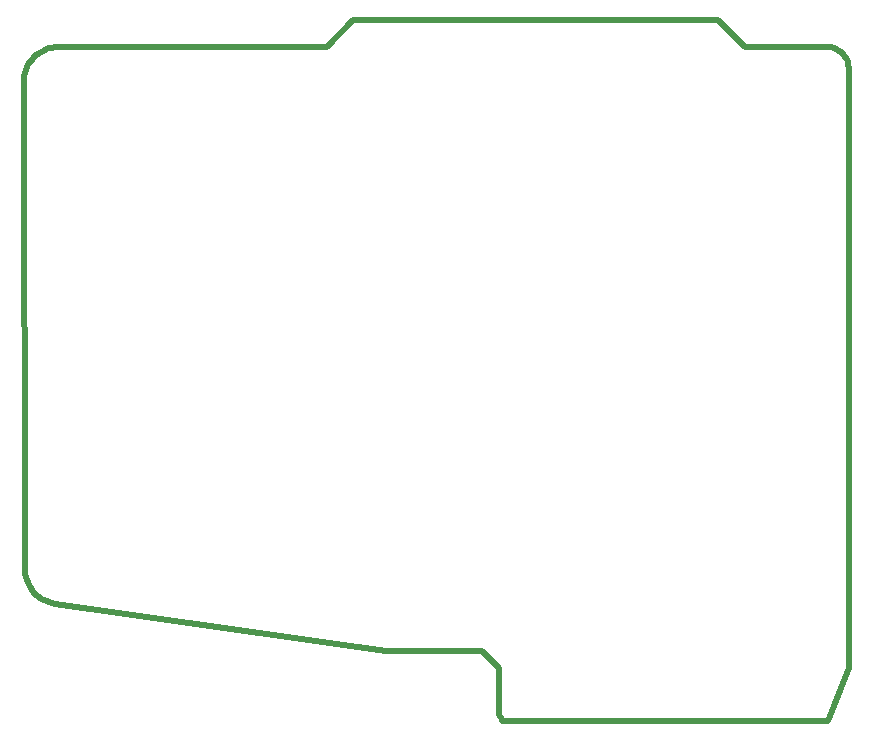
<source format=gm1>
G04*
G04 #@! TF.GenerationSoftware,Altium Limited,Altium Designer,22.2.1 (43)*
G04*
G04 Layer_Color=16711935*
%FSLAX25Y25*%
%MOIN*%
G70*
G04*
G04 #@! TF.SameCoordinates,5B388EAC-A044-4A36-8472-2700C52922B7*
G04*
G04*
G04 #@! TF.FilePolarity,Positive*
G04*
G01*
G75*
%ADD16C,0.01968*%
D16*
X274955Y226045D02*
X274884Y227035D01*
X274673Y228005D01*
X274326Y228934D01*
X273851Y229805D01*
X273256Y230600D01*
X272554Y231301D01*
X271760Y231896D01*
X270889Y232371D01*
X269959Y232718D01*
X268990Y232929D01*
X268000Y233000D01*
X269Y59520D02*
X311Y58508D01*
X436Y57503D01*
X644Y56511D01*
X933Y55540D01*
X1302Y54597D01*
X1747Y53687D01*
X2265Y52817D01*
X2854Y51992D01*
X3509Y51219D01*
X4226Y50503D01*
X4999Y49849D01*
X5824Y49261D01*
X6694Y48743D01*
X7604Y48298D01*
X8548Y47930D01*
X9519Y47642D01*
X10511Y47435D01*
X11472Y233000D02*
X10472Y232956D01*
X9480Y232826D01*
X8503Y232609D01*
X7548Y232308D01*
X6624Y231925D01*
X5736Y231463D01*
X4892Y230925D01*
X4098Y230316D01*
X3360Y229640D01*
X2684Y228902D01*
X2075Y228108D01*
X1537Y227264D01*
X1075Y226376D01*
X692Y225452D01*
X391Y224497D01*
X174Y223520D01*
X44Y222528D01*
X0Y221528D01*
X80127Y233123D02*
X100995D01*
X109884Y242012D01*
X158285Y10330D02*
X159404Y9211D01*
Y8307D02*
Y9211D01*
Y8307D02*
X268232D01*
X158285Y10330D02*
Y26236D01*
X268232Y8307D02*
X274933Y26054D01*
X274955Y226045D01*
X120798Y31598D02*
X152923D01*
X158285Y26236D01*
X109884Y242012D02*
X231322D01*
X47300Y233123D02*
X80127D01*
X11925D02*
X47300D01*
X231322Y242012D02*
X240322Y233012D01*
X267500D01*
X10511Y47435D02*
X120798Y31598D01*
X0Y221528D02*
X269Y59520D01*
X274955Y226045D02*
X274884Y227035D01*
X274673Y228005D01*
X274326Y228934D01*
X273851Y229805D01*
X273256Y230600D01*
X272554Y231301D01*
X271760Y231896D01*
X270889Y232371D01*
X269959Y232718D01*
X268990Y232929D01*
X268000Y233000D01*
X269Y59520D02*
X311Y58508D01*
X436Y57503D01*
X644Y56511D01*
X933Y55540D01*
X1302Y54597D01*
X1747Y53687D01*
X2265Y52817D01*
X2854Y51992D01*
X3509Y51219D01*
X4226Y50503D01*
X4999Y49849D01*
X5824Y49261D01*
X6694Y48743D01*
X7604Y48298D01*
X8548Y47930D01*
X9519Y47642D01*
X10511Y47435D01*
X11472Y233000D02*
X10472Y232956D01*
X9480Y232826D01*
X8503Y232609D01*
X7548Y232308D01*
X6624Y231925D01*
X5736Y231463D01*
X4892Y230925D01*
X4098Y230316D01*
X3360Y229640D01*
X2684Y228902D01*
X2075Y228108D01*
X1537Y227264D01*
X1075Y226376D01*
X692Y225452D01*
X391Y224497D01*
X174Y223520D01*
X44Y222528D01*
X0Y221528D01*
X80127Y233123D02*
X100995D01*
X109884Y242012D01*
X158285Y10330D02*
X159404Y9211D01*
Y8307D02*
Y9211D01*
Y8307D02*
X268232D01*
X158285Y10330D02*
Y26236D01*
X268232Y8307D02*
X274933Y26054D01*
X274955Y226045D01*
X120798Y31598D02*
X152923D01*
X158285Y26236D01*
X109884Y242012D02*
X231322D01*
X47300Y233123D02*
X80127D01*
X11925D02*
X47300D01*
X231322Y242012D02*
X240322Y233012D01*
X267500D01*
X10511Y47435D02*
X120798Y31598D01*
X0Y221528D02*
X269Y59520D01*
X274955Y226045D02*
X274884Y227035D01*
X274673Y228005D01*
X274326Y228934D01*
X273851Y229805D01*
X273256Y230600D01*
X272554Y231301D01*
X271760Y231896D01*
X270889Y232371D01*
X269959Y232718D01*
X268990Y232929D01*
X268000Y233000D01*
X269Y59520D02*
X311Y58508D01*
X436Y57503D01*
X644Y56511D01*
X933Y55540D01*
X1302Y54597D01*
X1747Y53687D01*
X2265Y52817D01*
X2854Y51992D01*
X3509Y51219D01*
X4226Y50503D01*
X4999Y49849D01*
X5824Y49261D01*
X6694Y48743D01*
X7604Y48298D01*
X8548Y47930D01*
X9519Y47642D01*
X10511Y47435D01*
X11472Y233000D02*
X10472Y232956D01*
X9480Y232826D01*
X8503Y232609D01*
X7548Y232308D01*
X6624Y231925D01*
X5736Y231463D01*
X4892Y230925D01*
X4098Y230316D01*
X3360Y229640D01*
X2684Y228902D01*
X2075Y228108D01*
X1537Y227264D01*
X1075Y226376D01*
X692Y225452D01*
X391Y224497D01*
X174Y223520D01*
X44Y222528D01*
X0Y221528D01*
X80127Y233123D02*
X100995D01*
X109884Y242012D01*
X158285Y10330D02*
X159404Y9211D01*
Y8307D02*
Y9211D01*
Y8307D02*
X268232D01*
X158285Y10330D02*
Y26236D01*
X268232Y8307D02*
X274933Y26054D01*
X274955Y226045D01*
X120798Y31598D02*
X152923D01*
X158285Y26236D01*
X109884Y242012D02*
X231322D01*
X47300Y233123D02*
X80127D01*
X11925D02*
X47300D01*
X231322Y242012D02*
X240322Y233012D01*
X267500D01*
X10511Y47435D02*
X120798Y31598D01*
X0Y221528D02*
X269Y59520D01*
M02*

</source>
